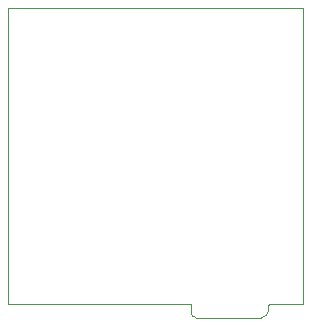
<source format=gko>
G04 Layer_Color=16711935*
%FSLAX43Y43*%
%MOMM*%
G71*
G01*
G75*
%ADD84C,0.100*%
D84*
X15500Y-750D02*
G03*
X15925Y-1175I425J0D01*
G01*
X21450D02*
G03*
X22050Y-575I0J600D01*
G01*
X0Y0D02*
Y25000D01*
X25000Y0D02*
Y25000D01*
X0D02*
X25000D01*
X0Y0D02*
X15500D01*
Y-750D02*
Y0D01*
X15925Y-1175D02*
X21450D01*
X22150Y0D02*
X25000D01*
X22050Y-100D02*
X22150Y0D01*
X22050Y-575D02*
Y-100D01*
M02*

</source>
